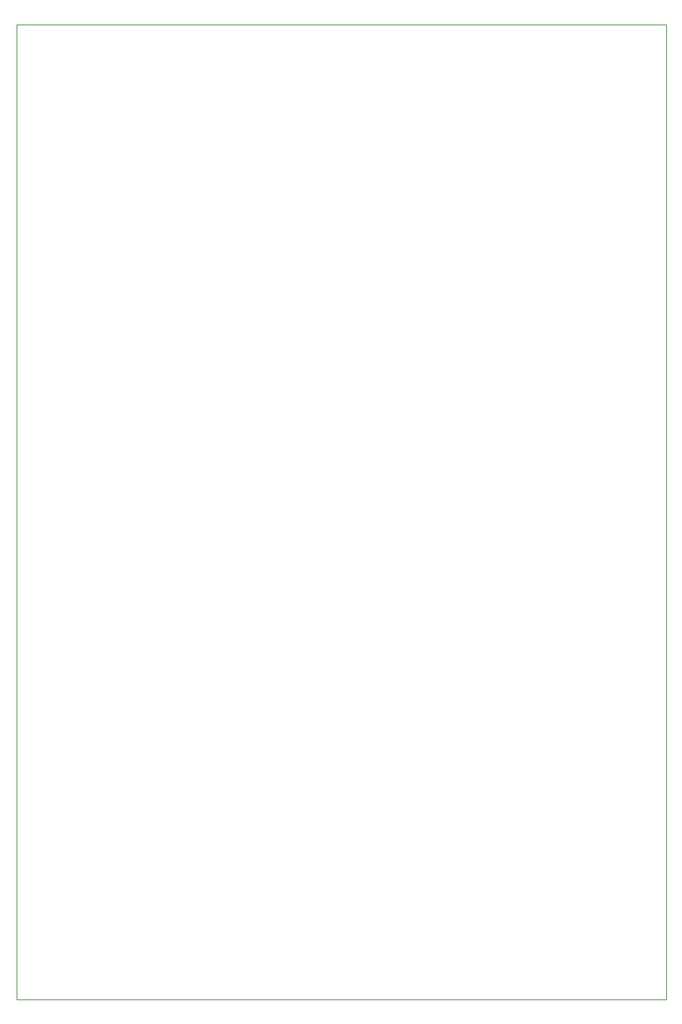
<source format=gbr>
%TF.GenerationSoftware,KiCad,Pcbnew,7.0.11*%
%TF.CreationDate,2025-01-24T11:41:37+01:00*%
%TF.ProjectId,Numpad1,4e756d70-6164-4312-9e6b-696361645f70,rev?*%
%TF.SameCoordinates,Original*%
%TF.FileFunction,Profile,NP*%
%FSLAX46Y46*%
G04 Gerber Fmt 4.6, Leading zero omitted, Abs format (unit mm)*
G04 Created by KiCad (PCBNEW 7.0.11) date 2025-01-24 11:41:37*
%MOMM*%
%LPD*%
G01*
G04 APERTURE LIST*
%TA.AperFunction,Profile*%
%ADD10C,0.050000*%
%TD*%
G04 APERTURE END LIST*
D10*
X40837500Y-57762500D02*
X117012100Y-57762500D01*
X117012100Y-172087900D01*
X40837500Y-172087900D01*
X40837500Y-57762500D01*
M02*

</source>
